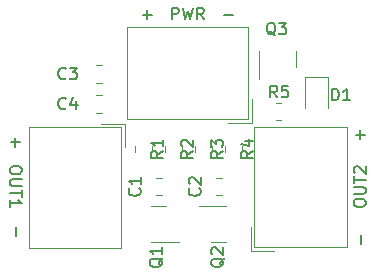
<source format=gbr>
%TF.GenerationSoftware,KiCad,Pcbnew,(6.0.5)*%
%TF.CreationDate,2022-05-30T14:14:04+05:00*%
%TF.ProjectId,multivib,6d756c74-6976-4696-922e-6b696361645f,rev?*%
%TF.SameCoordinates,Original*%
%TF.FileFunction,Legend,Top*%
%TF.FilePolarity,Positive*%
%FSLAX46Y46*%
G04 Gerber Fmt 4.6, Leading zero omitted, Abs format (unit mm)*
G04 Created by KiCad (PCBNEW (6.0.5)) date 2022-05-30 14:14:04*
%MOMM*%
%LPD*%
G01*
G04 APERTURE LIST*
%ADD10C,0.150000*%
%ADD11C,0.120000*%
G04 APERTURE END LIST*
D10*
X105569047Y-99131428D02*
X106330952Y-99131428D01*
X105950000Y-99512380D02*
X105950000Y-98750476D01*
X106021428Y-107060952D02*
X106021428Y-106299047D01*
X106497619Y-101393809D02*
X106497619Y-101584285D01*
X106450000Y-101679523D01*
X106354761Y-101774761D01*
X106164285Y-101822380D01*
X105830952Y-101822380D01*
X105640476Y-101774761D01*
X105545238Y-101679523D01*
X105497619Y-101584285D01*
X105497619Y-101393809D01*
X105545238Y-101298571D01*
X105640476Y-101203333D01*
X105830952Y-101155714D01*
X106164285Y-101155714D01*
X106354761Y-101203333D01*
X106450000Y-101298571D01*
X106497619Y-101393809D01*
X106497619Y-102250952D02*
X105688095Y-102250952D01*
X105592857Y-102298571D01*
X105545238Y-102346190D01*
X105497619Y-102441428D01*
X105497619Y-102631904D01*
X105545238Y-102727142D01*
X105592857Y-102774761D01*
X105688095Y-102822380D01*
X106497619Y-102822380D01*
X106497619Y-103155714D02*
X106497619Y-103727142D01*
X105497619Y-103441428D02*
X106497619Y-103441428D01*
X105497619Y-104584285D02*
X105497619Y-104012857D01*
X105497619Y-104298571D02*
X106497619Y-104298571D01*
X106354761Y-104203333D01*
X106259523Y-104108095D01*
X106211904Y-104012857D01*
X116745047Y-88336428D02*
X117506952Y-88336428D01*
X117126000Y-88717380D02*
X117126000Y-87955476D01*
X134612380Y-104346190D02*
X134612380Y-104155714D01*
X134660000Y-104060476D01*
X134755238Y-103965238D01*
X134945714Y-103917619D01*
X135279047Y-103917619D01*
X135469523Y-103965238D01*
X135564761Y-104060476D01*
X135612380Y-104155714D01*
X135612380Y-104346190D01*
X135564761Y-104441428D01*
X135469523Y-104536666D01*
X135279047Y-104584285D01*
X134945714Y-104584285D01*
X134755238Y-104536666D01*
X134660000Y-104441428D01*
X134612380Y-104346190D01*
X134612380Y-103489047D02*
X135421904Y-103489047D01*
X135517142Y-103441428D01*
X135564761Y-103393809D01*
X135612380Y-103298571D01*
X135612380Y-103108095D01*
X135564761Y-103012857D01*
X135517142Y-102965238D01*
X135421904Y-102917619D01*
X134612380Y-102917619D01*
X134612380Y-102584285D02*
X134612380Y-102012857D01*
X135612380Y-102298571D02*
X134612380Y-102298571D01*
X134707619Y-101727142D02*
X134660000Y-101679523D01*
X134612380Y-101584285D01*
X134612380Y-101346190D01*
X134660000Y-101250952D01*
X134707619Y-101203333D01*
X134802857Y-101155714D01*
X134898095Y-101155714D01*
X135040952Y-101203333D01*
X135612380Y-101774761D01*
X135612380Y-101155714D01*
X135231428Y-107695952D02*
X135231428Y-106934047D01*
X123603047Y-88336428D02*
X124364952Y-88336428D01*
X119221666Y-88717380D02*
X119221666Y-87717380D01*
X119602619Y-87717380D01*
X119697857Y-87765000D01*
X119745476Y-87812619D01*
X119793095Y-87907857D01*
X119793095Y-88050714D01*
X119745476Y-88145952D01*
X119697857Y-88193571D01*
X119602619Y-88241190D01*
X119221666Y-88241190D01*
X120126428Y-87717380D02*
X120364523Y-88717380D01*
X120555000Y-88003095D01*
X120745476Y-88717380D01*
X120983571Y-87717380D01*
X121935952Y-88717380D02*
X121602619Y-88241190D01*
X121364523Y-88717380D02*
X121364523Y-87717380D01*
X121745476Y-87717380D01*
X121840714Y-87765000D01*
X121888333Y-87812619D01*
X121935952Y-87907857D01*
X121935952Y-88050714D01*
X121888333Y-88145952D01*
X121840714Y-88193571D01*
X121745476Y-88241190D01*
X121364523Y-88241190D01*
X134779047Y-98496428D02*
X135540952Y-98496428D01*
X135160000Y-98877380D02*
X135160000Y-98115476D01*
%TO.C,Q2*%
X123642619Y-108934238D02*
X123595000Y-109029476D01*
X123499761Y-109124714D01*
X123356904Y-109267571D01*
X123309285Y-109362809D01*
X123309285Y-109458047D01*
X123547380Y-109410428D02*
X123499761Y-109505666D01*
X123404523Y-109600904D01*
X123214047Y-109648523D01*
X122880714Y-109648523D01*
X122690238Y-109600904D01*
X122595000Y-109505666D01*
X122547380Y-109410428D01*
X122547380Y-109219952D01*
X122595000Y-109124714D01*
X122690238Y-109029476D01*
X122880714Y-108981857D01*
X123214047Y-108981857D01*
X123404523Y-109029476D01*
X123499761Y-109124714D01*
X123547380Y-109219952D01*
X123547380Y-109410428D01*
X122642619Y-108600904D02*
X122595000Y-108553285D01*
X122547380Y-108458047D01*
X122547380Y-108219952D01*
X122595000Y-108124714D01*
X122642619Y-108077095D01*
X122737857Y-108029476D01*
X122833095Y-108029476D01*
X122975952Y-108077095D01*
X123547380Y-108648523D01*
X123547380Y-108029476D01*
%TO.C,Q3*%
X127984761Y-90082619D02*
X127889523Y-90035000D01*
X127794285Y-89939761D01*
X127651428Y-89796904D01*
X127556190Y-89749285D01*
X127460952Y-89749285D01*
X127508571Y-89987380D02*
X127413333Y-89939761D01*
X127318095Y-89844523D01*
X127270476Y-89654047D01*
X127270476Y-89320714D01*
X127318095Y-89130238D01*
X127413333Y-89035000D01*
X127508571Y-88987380D01*
X127699047Y-88987380D01*
X127794285Y-89035000D01*
X127889523Y-89130238D01*
X127937142Y-89320714D01*
X127937142Y-89654047D01*
X127889523Y-89844523D01*
X127794285Y-89939761D01*
X127699047Y-89987380D01*
X127508571Y-89987380D01*
X128270476Y-88987380D02*
X128889523Y-88987380D01*
X128556190Y-89368333D01*
X128699047Y-89368333D01*
X128794285Y-89415952D01*
X128841904Y-89463571D01*
X128889523Y-89558809D01*
X128889523Y-89796904D01*
X128841904Y-89892142D01*
X128794285Y-89939761D01*
X128699047Y-89987380D01*
X128413333Y-89987380D01*
X128318095Y-89939761D01*
X128270476Y-89892142D01*
%TO.C,C4*%
X110228333Y-96242142D02*
X110180714Y-96289761D01*
X110037857Y-96337380D01*
X109942619Y-96337380D01*
X109799761Y-96289761D01*
X109704523Y-96194523D01*
X109656904Y-96099285D01*
X109609285Y-95908809D01*
X109609285Y-95765952D01*
X109656904Y-95575476D01*
X109704523Y-95480238D01*
X109799761Y-95385000D01*
X109942619Y-95337380D01*
X110037857Y-95337380D01*
X110180714Y-95385000D01*
X110228333Y-95432619D01*
X111085476Y-95670714D02*
X111085476Y-96337380D01*
X110847380Y-95289761D02*
X110609285Y-96004047D01*
X111228333Y-96004047D01*
%TO.C,C3*%
X110228333Y-93702142D02*
X110180714Y-93749761D01*
X110037857Y-93797380D01*
X109942619Y-93797380D01*
X109799761Y-93749761D01*
X109704523Y-93654523D01*
X109656904Y-93559285D01*
X109609285Y-93368809D01*
X109609285Y-93225952D01*
X109656904Y-93035476D01*
X109704523Y-92940238D01*
X109799761Y-92845000D01*
X109942619Y-92797380D01*
X110037857Y-92797380D01*
X110180714Y-92845000D01*
X110228333Y-92892619D01*
X110561666Y-92797380D02*
X111180714Y-92797380D01*
X110847380Y-93178333D01*
X110990238Y-93178333D01*
X111085476Y-93225952D01*
X111133095Y-93273571D01*
X111180714Y-93368809D01*
X111180714Y-93606904D01*
X111133095Y-93702142D01*
X111085476Y-93749761D01*
X110990238Y-93797380D01*
X110704523Y-93797380D01*
X110609285Y-93749761D01*
X110561666Y-93702142D01*
%TO.C,R2*%
X121007380Y-99861666D02*
X120531190Y-100195000D01*
X121007380Y-100433095D02*
X120007380Y-100433095D01*
X120007380Y-100052142D01*
X120055000Y-99956904D01*
X120102619Y-99909285D01*
X120197857Y-99861666D01*
X120340714Y-99861666D01*
X120435952Y-99909285D01*
X120483571Y-99956904D01*
X120531190Y-100052142D01*
X120531190Y-100433095D01*
X120102619Y-99480714D02*
X120055000Y-99433095D01*
X120007380Y-99337857D01*
X120007380Y-99099761D01*
X120055000Y-99004523D01*
X120102619Y-98956904D01*
X120197857Y-98909285D01*
X120293095Y-98909285D01*
X120435952Y-98956904D01*
X121007380Y-99528333D01*
X121007380Y-98909285D01*
%TO.C,C2*%
X121547142Y-103036666D02*
X121594761Y-103084285D01*
X121642380Y-103227142D01*
X121642380Y-103322380D01*
X121594761Y-103465238D01*
X121499523Y-103560476D01*
X121404285Y-103608095D01*
X121213809Y-103655714D01*
X121070952Y-103655714D01*
X120880476Y-103608095D01*
X120785238Y-103560476D01*
X120690000Y-103465238D01*
X120642380Y-103322380D01*
X120642380Y-103227142D01*
X120690000Y-103084285D01*
X120737619Y-103036666D01*
X120737619Y-102655714D02*
X120690000Y-102608095D01*
X120642380Y-102512857D01*
X120642380Y-102274761D01*
X120690000Y-102179523D01*
X120737619Y-102131904D01*
X120832857Y-102084285D01*
X120928095Y-102084285D01*
X121070952Y-102131904D01*
X121642380Y-102703333D01*
X121642380Y-102084285D01*
%TO.C,Q1*%
X118435619Y-108934238D02*
X118388000Y-109029476D01*
X118292761Y-109124714D01*
X118149904Y-109267571D01*
X118102285Y-109362809D01*
X118102285Y-109458047D01*
X118340380Y-109410428D02*
X118292761Y-109505666D01*
X118197523Y-109600904D01*
X118007047Y-109648523D01*
X117673714Y-109648523D01*
X117483238Y-109600904D01*
X117388000Y-109505666D01*
X117340380Y-109410428D01*
X117340380Y-109219952D01*
X117388000Y-109124714D01*
X117483238Y-109029476D01*
X117673714Y-108981857D01*
X118007047Y-108981857D01*
X118197523Y-109029476D01*
X118292761Y-109124714D01*
X118340380Y-109219952D01*
X118340380Y-109410428D01*
X118340380Y-108029476D02*
X118340380Y-108600904D01*
X118340380Y-108315190D02*
X117340380Y-108315190D01*
X117483238Y-108410428D01*
X117578476Y-108505666D01*
X117626095Y-108600904D01*
%TO.C,C1*%
X116467142Y-103036666D02*
X116514761Y-103084285D01*
X116562380Y-103227142D01*
X116562380Y-103322380D01*
X116514761Y-103465238D01*
X116419523Y-103560476D01*
X116324285Y-103608095D01*
X116133809Y-103655714D01*
X115990952Y-103655714D01*
X115800476Y-103608095D01*
X115705238Y-103560476D01*
X115610000Y-103465238D01*
X115562380Y-103322380D01*
X115562380Y-103227142D01*
X115610000Y-103084285D01*
X115657619Y-103036666D01*
X116562380Y-102084285D02*
X116562380Y-102655714D01*
X116562380Y-102370000D02*
X115562380Y-102370000D01*
X115705238Y-102465238D01*
X115800476Y-102560476D01*
X115848095Y-102655714D01*
%TO.C,R5*%
X128135333Y-95321380D02*
X127802000Y-94845190D01*
X127563904Y-95321380D02*
X127563904Y-94321380D01*
X127944857Y-94321380D01*
X128040095Y-94369000D01*
X128087714Y-94416619D01*
X128135333Y-94511857D01*
X128135333Y-94654714D01*
X128087714Y-94749952D01*
X128040095Y-94797571D01*
X127944857Y-94845190D01*
X127563904Y-94845190D01*
X129040095Y-94321380D02*
X128563904Y-94321380D01*
X128516285Y-94797571D01*
X128563904Y-94749952D01*
X128659142Y-94702333D01*
X128897238Y-94702333D01*
X128992476Y-94749952D01*
X129040095Y-94797571D01*
X129087714Y-94892809D01*
X129087714Y-95130904D01*
X129040095Y-95226142D01*
X128992476Y-95273761D01*
X128897238Y-95321380D01*
X128659142Y-95321380D01*
X128563904Y-95273761D01*
X128516285Y-95226142D01*
%TO.C,D1*%
X132770904Y-95575380D02*
X132770904Y-94575380D01*
X133009000Y-94575380D01*
X133151857Y-94623000D01*
X133247095Y-94718238D01*
X133294714Y-94813476D01*
X133342333Y-95003952D01*
X133342333Y-95146809D01*
X133294714Y-95337285D01*
X133247095Y-95432523D01*
X133151857Y-95527761D01*
X133009000Y-95575380D01*
X132770904Y-95575380D01*
X134294714Y-95575380D02*
X133723285Y-95575380D01*
X134009000Y-95575380D02*
X134009000Y-94575380D01*
X133913761Y-94718238D01*
X133818523Y-94813476D01*
X133723285Y-94861095D01*
%TO.C,R1*%
X118467380Y-99861666D02*
X117991190Y-100195000D01*
X118467380Y-100433095D02*
X117467380Y-100433095D01*
X117467380Y-100052142D01*
X117515000Y-99956904D01*
X117562619Y-99909285D01*
X117657857Y-99861666D01*
X117800714Y-99861666D01*
X117895952Y-99909285D01*
X117943571Y-99956904D01*
X117991190Y-100052142D01*
X117991190Y-100433095D01*
X118467380Y-98909285D02*
X118467380Y-99480714D01*
X118467380Y-99195000D02*
X117467380Y-99195000D01*
X117610238Y-99290238D01*
X117705476Y-99385476D01*
X117753095Y-99480714D01*
%TO.C,R4*%
X126087380Y-99861666D02*
X125611190Y-100195000D01*
X126087380Y-100433095D02*
X125087380Y-100433095D01*
X125087380Y-100052142D01*
X125135000Y-99956904D01*
X125182619Y-99909285D01*
X125277857Y-99861666D01*
X125420714Y-99861666D01*
X125515952Y-99909285D01*
X125563571Y-99956904D01*
X125611190Y-100052142D01*
X125611190Y-100433095D01*
X125420714Y-99004523D02*
X126087380Y-99004523D01*
X125039761Y-99242619D02*
X125754047Y-99480714D01*
X125754047Y-98861666D01*
%TO.C,R3*%
X123547380Y-99861666D02*
X123071190Y-100195000D01*
X123547380Y-100433095D02*
X122547380Y-100433095D01*
X122547380Y-100052142D01*
X122595000Y-99956904D01*
X122642619Y-99909285D01*
X122737857Y-99861666D01*
X122880714Y-99861666D01*
X122975952Y-99909285D01*
X123023571Y-99956904D01*
X123071190Y-100052142D01*
X123071190Y-100433095D01*
X122547380Y-99528333D02*
X122547380Y-98909285D01*
X122928333Y-99242619D01*
X122928333Y-99099761D01*
X122975952Y-99004523D01*
X123023571Y-98956904D01*
X123118809Y-98909285D01*
X123356904Y-98909285D01*
X123452142Y-98956904D01*
X123499761Y-99004523D01*
X123547380Y-99099761D01*
X123547380Y-99385476D01*
X123499761Y-99480714D01*
X123452142Y-99528333D01*
D11*
%TO.C,J1*%
X114937500Y-108077500D02*
X107117500Y-108077500D01*
X114937500Y-97857500D02*
X114937500Y-108077500D01*
X107117500Y-108077500D02*
X107117500Y-97857500D01*
X114937500Y-97857500D02*
X107117500Y-97857500D01*
X115247500Y-97547500D02*
X113247500Y-97547500D01*
X115247500Y-97547500D02*
X115247500Y-99547500D01*
%TO.C,Q2*%
X123190000Y-107605000D02*
X123840000Y-107605000D01*
X123190000Y-104485000D02*
X121515000Y-104485000D01*
X123190000Y-107605000D02*
X122540000Y-107605000D01*
X123190000Y-104485000D02*
X123840000Y-104485000D01*
%TO.C,Q3*%
X129735000Y-92075000D02*
X129735000Y-92725000D01*
X126615000Y-92075000D02*
X126615000Y-93750000D01*
X129735000Y-92075000D02*
X129735000Y-91425000D01*
X126615000Y-92075000D02*
X126615000Y-91425000D01*
%TO.C,C4*%
X113291252Y-95150000D02*
X112768748Y-95150000D01*
X113291252Y-96620000D02*
X112768748Y-96620000D01*
%TO.C,C3*%
X113291252Y-92610000D02*
X112768748Y-92610000D01*
X113291252Y-94080000D02*
X112768748Y-94080000D01*
%TO.C,R2*%
X120115000Y-99467936D02*
X120115000Y-99922064D01*
X118645000Y-99467936D02*
X118645000Y-99922064D01*
%TO.C,J2*%
X125972500Y-97467500D02*
X125972500Y-95467500D01*
X125662500Y-97157500D02*
X115442500Y-97157500D01*
X115442500Y-89337500D02*
X125662500Y-89337500D01*
X115442500Y-97157500D02*
X115442500Y-89337500D01*
X125662500Y-97157500D02*
X125662500Y-89337500D01*
X125972500Y-97467500D02*
X123972500Y-97467500D01*
%TO.C,C2*%
X123451252Y-103605000D02*
X122928748Y-103605000D01*
X123451252Y-102135000D02*
X122928748Y-102135000D01*
%TO.C,Q1*%
X118110000Y-104485000D02*
X118760000Y-104485000D01*
X118110000Y-107605000D02*
X117460000Y-107605000D01*
X118110000Y-104485000D02*
X117460000Y-104485000D01*
X118110000Y-107605000D02*
X119785000Y-107605000D01*
%TO.C,C1*%
X118371252Y-103605000D02*
X117848748Y-103605000D01*
X118371252Y-102135000D02*
X117848748Y-102135000D01*
%TO.C,R5*%
X128497064Y-95785000D02*
X128042936Y-95785000D01*
X128497064Y-97255000D02*
X128042936Y-97255000D01*
%TO.C,J3*%
X125890000Y-108330000D02*
X127890000Y-108330000D01*
X126200000Y-108020000D02*
X134020000Y-108020000D01*
X126200000Y-108020000D02*
X126200000Y-97800000D01*
X134020000Y-97800000D02*
X134020000Y-108020000D01*
X125890000Y-108330000D02*
X125890000Y-106330000D01*
X126200000Y-97800000D02*
X134020000Y-97800000D01*
%TO.C,D1*%
X132405000Y-93565000D02*
X130485000Y-93565000D01*
X130485000Y-93565000D02*
X130485000Y-96250000D01*
X132405000Y-96250000D02*
X132405000Y-93565000D01*
%TO.C,R1*%
X116105000Y-99467936D02*
X116105000Y-99922064D01*
X117575000Y-99467936D02*
X117575000Y-99922064D01*
%TO.C,R4*%
X123725000Y-99467936D02*
X123725000Y-99922064D01*
X125195000Y-99467936D02*
X125195000Y-99922064D01*
%TO.C,R3*%
X121185000Y-99467936D02*
X121185000Y-99922064D01*
X122655000Y-99467936D02*
X122655000Y-99922064D01*
%TD*%
M02*

</source>
